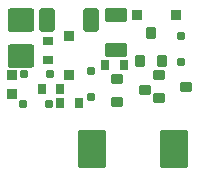
<source format=gtp>
G04*
G04 #@! TF.GenerationSoftware,Altium Limited,Altium Designer,20.0.10 (225)*
G04*
G04 Layer_Color=8421504*
%FSLAX25Y25*%
%MOIN*%
G70*
G01*
G75*
G04:AMPARAMS|DCode=16|XSize=94.49mil|YSize=129.92mil|CornerRadius=9.45mil|HoleSize=0mil|Usage=FLASHONLY|Rotation=180.000|XOffset=0mil|YOffset=0mil|HoleType=Round|Shape=RoundedRectangle|*
%AMROUNDEDRECTD16*
21,1,0.09449,0.11102,0,0,180.0*
21,1,0.07559,0.12992,0,0,180.0*
1,1,0.01890,-0.03780,0.05551*
1,1,0.01890,0.03780,0.05551*
1,1,0.01890,0.03780,-0.05551*
1,1,0.01890,-0.03780,-0.05551*
%
%ADD16ROUNDEDRECTD16*%
G04:AMPARAMS|DCode=17|XSize=23.62mil|YSize=23.62mil|CornerRadius=2.36mil|HoleSize=0mil|Usage=FLASHONLY|Rotation=270.000|XOffset=0mil|YOffset=0mil|HoleType=Round|Shape=RoundedRectangle|*
%AMROUNDEDRECTD17*
21,1,0.02362,0.01890,0,0,270.0*
21,1,0.01890,0.02362,0,0,270.0*
1,1,0.00472,-0.00945,-0.00945*
1,1,0.00472,-0.00945,0.00945*
1,1,0.00472,0.00945,0.00945*
1,1,0.00472,0.00945,-0.00945*
%
%ADD17ROUNDEDRECTD17*%
G04:AMPARAMS|DCode=18|XSize=35.83mil|YSize=33.47mil|CornerRadius=3.35mil|HoleSize=0mil|Usage=FLASHONLY|Rotation=0.000|XOffset=0mil|YOffset=0mil|HoleType=Round|Shape=RoundedRectangle|*
%AMROUNDEDRECTD18*
21,1,0.03583,0.02677,0,0,0.0*
21,1,0.02913,0.03347,0,0,0.0*
1,1,0.00669,0.01457,-0.01339*
1,1,0.00669,-0.01457,-0.01339*
1,1,0.00669,-0.01457,0.01339*
1,1,0.00669,0.01457,0.01339*
%
%ADD18ROUNDEDRECTD18*%
G04:AMPARAMS|DCode=19|XSize=23.62mil|YSize=23.62mil|CornerRadius=2.36mil|HoleSize=0mil|Usage=FLASHONLY|Rotation=180.000|XOffset=0mil|YOffset=0mil|HoleType=Round|Shape=RoundedRectangle|*
%AMROUNDEDRECTD19*
21,1,0.02362,0.01890,0,0,180.0*
21,1,0.01890,0.02362,0,0,180.0*
1,1,0.00472,-0.00945,0.00945*
1,1,0.00472,0.00945,0.00945*
1,1,0.00472,0.00945,-0.00945*
1,1,0.00472,-0.00945,-0.00945*
%
%ADD19ROUNDEDRECTD19*%
G04:AMPARAMS|DCode=20|XSize=27.56mil|YSize=36.22mil|CornerRadius=2.76mil|HoleSize=0mil|Usage=FLASHONLY|Rotation=0.000|XOffset=0mil|YOffset=0mil|HoleType=Round|Shape=RoundedRectangle|*
%AMROUNDEDRECTD20*
21,1,0.02756,0.03071,0,0,0.0*
21,1,0.02205,0.03622,0,0,0.0*
1,1,0.00551,0.01102,-0.01535*
1,1,0.00551,-0.01102,-0.01535*
1,1,0.00551,-0.01102,0.01535*
1,1,0.00551,0.01102,0.01535*
%
%ADD20ROUNDEDRECTD20*%
G04:AMPARAMS|DCode=21|XSize=35.43mil|YSize=37.4mil|CornerRadius=3.54mil|HoleSize=0mil|Usage=FLASHONLY|Rotation=270.000|XOffset=0mil|YOffset=0mil|HoleType=Round|Shape=RoundedRectangle|*
%AMROUNDEDRECTD21*
21,1,0.03543,0.03032,0,0,270.0*
21,1,0.02835,0.03740,0,0,270.0*
1,1,0.00709,-0.01516,-0.01417*
1,1,0.00709,-0.01516,0.01417*
1,1,0.00709,0.01516,0.01417*
1,1,0.00709,0.01516,-0.01417*
%
%ADD21ROUNDEDRECTD21*%
G04:AMPARAMS|DCode=22|XSize=35.43mil|YSize=37.4mil|CornerRadius=3.54mil|HoleSize=0mil|Usage=FLASHONLY|Rotation=270.000|XOffset=0mil|YOffset=0mil|HoleType=Round|Shape=RoundedRectangle|*
%AMROUNDEDRECTD22*
21,1,0.03543,0.03032,0,0,270.0*
21,1,0.02835,0.03740,0,0,270.0*
1,1,0.00709,-0.01516,-0.01417*
1,1,0.00709,-0.01516,0.01417*
1,1,0.00709,0.01516,0.01417*
1,1,0.00709,0.01516,-0.01417*
%
%ADD22ROUNDEDRECTD22*%
G04:AMPARAMS|DCode=23|XSize=35.43mil|YSize=37.4mil|CornerRadius=3.54mil|HoleSize=0mil|Usage=FLASHONLY|Rotation=0.000|XOffset=0mil|YOffset=0mil|HoleType=Round|Shape=RoundedRectangle|*
%AMROUNDEDRECTD23*
21,1,0.03543,0.03032,0,0,0.0*
21,1,0.02835,0.03740,0,0,0.0*
1,1,0.00709,0.01417,-0.01516*
1,1,0.00709,-0.01417,-0.01516*
1,1,0.00709,-0.01417,0.01516*
1,1,0.00709,0.01417,0.01516*
%
%ADD23ROUNDEDRECTD23*%
G04:AMPARAMS|DCode=24|XSize=35.43mil|YSize=37.4mil|CornerRadius=3.54mil|HoleSize=0mil|Usage=FLASHONLY|Rotation=0.000|XOffset=0mil|YOffset=0mil|HoleType=Round|Shape=RoundedRectangle|*
%AMROUNDEDRECTD24*
21,1,0.03543,0.03032,0,0,0.0*
21,1,0.02835,0.03740,0,0,0.0*
1,1,0.00709,0.01417,-0.01516*
1,1,0.00709,-0.01417,-0.01516*
1,1,0.00709,-0.01417,0.01516*
1,1,0.00709,0.01417,0.01516*
%
%ADD24ROUNDEDRECTD24*%
G04:AMPARAMS|DCode=25|XSize=78.74mil|YSize=86.61mil|CornerRadius=7.87mil|HoleSize=0mil|Usage=FLASHONLY|Rotation=270.000|XOffset=0mil|YOffset=0mil|HoleType=Round|Shape=RoundedRectangle|*
%AMROUNDEDRECTD25*
21,1,0.07874,0.07087,0,0,270.0*
21,1,0.06299,0.08661,0,0,270.0*
1,1,0.01575,-0.03543,-0.03150*
1,1,0.01575,-0.03543,0.03150*
1,1,0.01575,0.03543,0.03150*
1,1,0.01575,0.03543,-0.03150*
%
%ADD25ROUNDEDRECTD25*%
G04:AMPARAMS|DCode=26|XSize=51.18mil|YSize=78.74mil|CornerRadius=5.12mil|HoleSize=0mil|Usage=FLASHONLY|Rotation=180.000|XOffset=0mil|YOffset=0mil|HoleType=Round|Shape=RoundedRectangle|*
%AMROUNDEDRECTD26*
21,1,0.05118,0.06850,0,0,180.0*
21,1,0.04095,0.07874,0,0,180.0*
1,1,0.01024,-0.02047,0.03425*
1,1,0.01024,0.02047,0.03425*
1,1,0.01024,0.02047,-0.03425*
1,1,0.01024,-0.02047,-0.03425*
%
%ADD26ROUNDEDRECTD26*%
G04:AMPARAMS|DCode=27|XSize=27.56mil|YSize=36.22mil|CornerRadius=2.76mil|HoleSize=0mil|Usage=FLASHONLY|Rotation=90.000|XOffset=0mil|YOffset=0mil|HoleType=Round|Shape=RoundedRectangle|*
%AMROUNDEDRECTD27*
21,1,0.02756,0.03071,0,0,90.0*
21,1,0.02205,0.03622,0,0,90.0*
1,1,0.00551,0.01535,0.01102*
1,1,0.00551,0.01535,-0.01102*
1,1,0.00551,-0.01535,-0.01102*
1,1,0.00551,-0.01535,0.01102*
%
%ADD27ROUNDEDRECTD27*%
G04:AMPARAMS|DCode=28|XSize=33.47mil|YSize=33.47mil|CornerRadius=3.35mil|HoleSize=0mil|Usage=FLASHONLY|Rotation=90.000|XOffset=0mil|YOffset=0mil|HoleType=Round|Shape=RoundedRectangle|*
%AMROUNDEDRECTD28*
21,1,0.03347,0.02677,0,0,90.0*
21,1,0.02677,0.03347,0,0,90.0*
1,1,0.00669,0.01339,0.01339*
1,1,0.00669,0.01339,-0.01339*
1,1,0.00669,-0.01339,-0.01339*
1,1,0.00669,-0.01339,0.01339*
%
%ADD28ROUNDEDRECTD28*%
G04:AMPARAMS|DCode=29|XSize=35.83mil|YSize=33.47mil|CornerRadius=3.35mil|HoleSize=0mil|Usage=FLASHONLY|Rotation=90.000|XOffset=0mil|YOffset=0mil|HoleType=Round|Shape=RoundedRectangle|*
%AMROUNDEDRECTD29*
21,1,0.03583,0.02677,0,0,90.0*
21,1,0.02913,0.03347,0,0,90.0*
1,1,0.00669,0.01339,0.01457*
1,1,0.00669,0.01339,-0.01457*
1,1,0.00669,-0.01339,-0.01457*
1,1,0.00669,-0.01339,0.01457*
%
%ADD29ROUNDEDRECTD29*%
G04:AMPARAMS|DCode=30|XSize=70.87mil|YSize=45.28mil|CornerRadius=4.53mil|HoleSize=0mil|Usage=FLASHONLY|Rotation=180.000|XOffset=0mil|YOffset=0mil|HoleType=Round|Shape=RoundedRectangle|*
%AMROUNDEDRECTD30*
21,1,0.07087,0.03622,0,0,180.0*
21,1,0.06181,0.04528,0,0,180.0*
1,1,0.00906,-0.03091,0.01811*
1,1,0.00906,0.03091,0.01811*
1,1,0.00906,0.03091,-0.01811*
1,1,0.00906,-0.03091,-0.01811*
%
%ADD30ROUNDEDRECTD30*%
D16*
X57480Y13091D02*
D03*
X30118D02*
D03*
D17*
X15945Y28150D02*
D03*
X7283D02*
D03*
X7579Y38189D02*
D03*
X16240D02*
D03*
D18*
X45079Y57776D02*
D03*
X58071D02*
D03*
D19*
X60039Y42126D02*
D03*
Y50787D02*
D03*
X29921Y30413D02*
D03*
Y39075D02*
D03*
D20*
X19587Y28346D02*
D03*
X25886D02*
D03*
X19685Y33169D02*
D03*
X13386D02*
D03*
X40846Y41142D02*
D03*
X34547D02*
D03*
D21*
X52441Y37697D02*
D03*
X61693Y33957D02*
D03*
X38465Y36417D02*
D03*
X47717Y32677D02*
D03*
D22*
X52441Y30217D02*
D03*
X38464Y28937D02*
D03*
D23*
X49803Y51752D02*
D03*
X46063Y42500D02*
D03*
D24*
X53543Y42500D02*
D03*
D25*
X6496Y44291D02*
D03*
Y56102D02*
D03*
D26*
X15157Y56102D02*
D03*
X29724D02*
D03*
D27*
X15453Y42717D02*
D03*
Y49016D02*
D03*
D28*
X3642Y31496D02*
D03*
Y37716D02*
D03*
D29*
X22441Y50689D02*
D03*
Y37697D02*
D03*
D30*
X38287Y57677D02*
D03*
Y46260D02*
D03*
M02*

</source>
